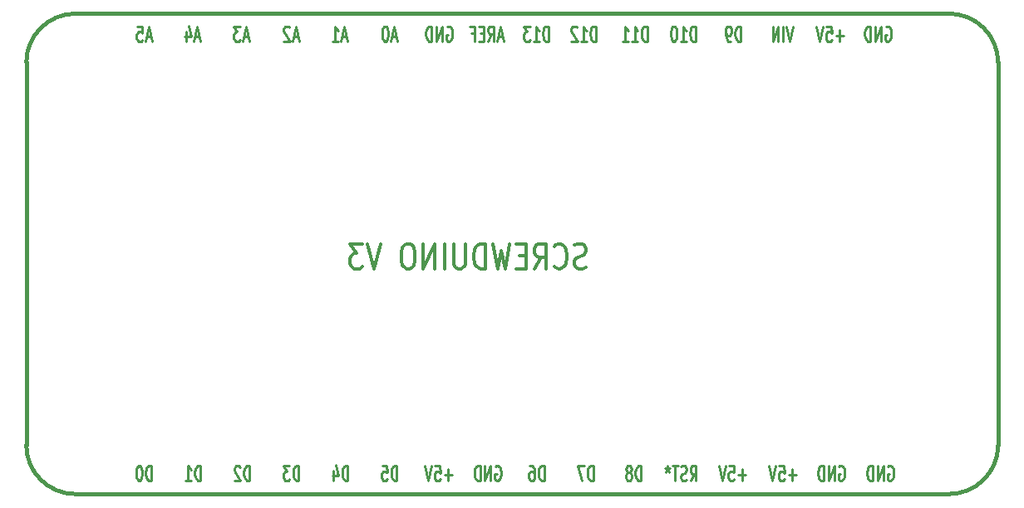
<source format=gbo>
G04 (created by PCBNEW (2013-02-27 BZR 3976)-stable) date 15/04/2013 12:50:54*
%MOIN*%
G04 Gerber Fmt 3.4, Leading zero omitted, Abs format*
%FSLAX34Y34*%
G01*
G70*
G90*
G04 APERTURE LIST*
%ADD10C,3.14961e-006*%
%ADD11C,0.015*%
%ADD12C,0.0135*%
%ADD13C,0.01*%
G04 APERTURE END LIST*
G54D10*
G54D11*
X36407Y-31236D02*
X71446Y-31236D01*
X34438Y-48559D02*
X34438Y-33204D01*
X71446Y-50527D02*
X36407Y-50527D01*
X73414Y-33204D02*
X73414Y-48559D01*
X34438Y-48559D02*
G75*
G03X36407Y-50527I1968J0D01*
G74*
G01*
X71446Y-50527D02*
G75*
G03X73414Y-48559I0J1968D01*
G74*
G01*
X73414Y-33204D02*
G75*
G03X71446Y-31236I-1968J0D01*
G74*
G01*
X36407Y-31236D02*
G75*
G03X34438Y-33204I0J-1968D01*
G74*
G01*
G54D12*
X56878Y-41435D02*
X56764Y-41483D01*
X56574Y-41483D01*
X56497Y-41435D01*
X56459Y-41388D01*
X56421Y-41293D01*
X56421Y-41197D01*
X56459Y-41102D01*
X56497Y-41054D01*
X56574Y-41007D01*
X56726Y-40959D01*
X56802Y-40912D01*
X56840Y-40864D01*
X56878Y-40769D01*
X56878Y-40673D01*
X56840Y-40578D01*
X56802Y-40531D01*
X56726Y-40483D01*
X56536Y-40483D01*
X56421Y-40531D01*
X55621Y-41388D02*
X55659Y-41435D01*
X55774Y-41483D01*
X55850Y-41483D01*
X55964Y-41435D01*
X56040Y-41340D01*
X56078Y-41245D01*
X56117Y-41054D01*
X56117Y-40912D01*
X56078Y-40721D01*
X56040Y-40626D01*
X55964Y-40531D01*
X55850Y-40483D01*
X55774Y-40483D01*
X55659Y-40531D01*
X55621Y-40578D01*
X54821Y-41483D02*
X55088Y-41007D01*
X55278Y-41483D02*
X55278Y-40483D01*
X54974Y-40483D01*
X54897Y-40531D01*
X54859Y-40578D01*
X54821Y-40673D01*
X54821Y-40816D01*
X54859Y-40912D01*
X54897Y-40959D01*
X54974Y-41007D01*
X55278Y-41007D01*
X54478Y-40959D02*
X54212Y-40959D01*
X54097Y-41483D02*
X54478Y-41483D01*
X54478Y-40483D01*
X54097Y-40483D01*
X53831Y-40483D02*
X53640Y-41483D01*
X53488Y-40769D01*
X53336Y-41483D01*
X53145Y-40483D01*
X52840Y-41483D02*
X52840Y-40483D01*
X52650Y-40483D01*
X52536Y-40531D01*
X52459Y-40626D01*
X52421Y-40721D01*
X52383Y-40912D01*
X52383Y-41054D01*
X52421Y-41245D01*
X52459Y-41340D01*
X52536Y-41435D01*
X52650Y-41483D01*
X52840Y-41483D01*
X52040Y-40483D02*
X52040Y-41293D01*
X52002Y-41388D01*
X51964Y-41435D01*
X51888Y-41483D01*
X51736Y-41483D01*
X51659Y-41435D01*
X51621Y-41388D01*
X51583Y-41293D01*
X51583Y-40483D01*
X51202Y-41483D02*
X51202Y-40483D01*
X50821Y-41483D02*
X50821Y-40483D01*
X50364Y-41483D01*
X50364Y-40483D01*
X49831Y-40483D02*
X49678Y-40483D01*
X49602Y-40531D01*
X49526Y-40626D01*
X49488Y-40816D01*
X49488Y-41150D01*
X49526Y-41340D01*
X49602Y-41435D01*
X49678Y-41483D01*
X49831Y-41483D01*
X49907Y-41435D01*
X49983Y-41340D01*
X50021Y-41150D01*
X50021Y-40816D01*
X49983Y-40626D01*
X49907Y-40531D01*
X49831Y-40483D01*
X48650Y-40483D02*
X48383Y-41483D01*
X48117Y-40483D01*
X47926Y-40483D02*
X47431Y-40483D01*
X47697Y-40864D01*
X47583Y-40864D01*
X47507Y-40912D01*
X47469Y-40959D01*
X47431Y-41054D01*
X47431Y-41293D01*
X47469Y-41388D01*
X47507Y-41435D01*
X47583Y-41483D01*
X47812Y-41483D01*
X47888Y-41435D01*
X47926Y-41388D01*
G54D13*
X68904Y-31771D02*
X68942Y-31742D01*
X69000Y-31742D01*
X69057Y-31771D01*
X69095Y-31828D01*
X69114Y-31885D01*
X69133Y-32000D01*
X69133Y-32085D01*
X69114Y-32200D01*
X69095Y-32257D01*
X69057Y-32314D01*
X69000Y-32342D01*
X68961Y-32342D01*
X68904Y-32314D01*
X68885Y-32285D01*
X68885Y-32085D01*
X68961Y-32085D01*
X68714Y-32342D02*
X68714Y-31742D01*
X68485Y-32342D01*
X68485Y-31742D01*
X68295Y-32342D02*
X68295Y-31742D01*
X68199Y-31742D01*
X68142Y-31771D01*
X68104Y-31828D01*
X68085Y-31885D01*
X68066Y-32000D01*
X68066Y-32085D01*
X68085Y-32200D01*
X68104Y-32257D01*
X68142Y-32314D01*
X68199Y-32342D01*
X68295Y-32342D01*
X67214Y-32114D02*
X66909Y-32114D01*
X67061Y-32342D02*
X67061Y-31885D01*
X66528Y-31742D02*
X66719Y-31742D01*
X66738Y-32028D01*
X66719Y-32000D01*
X66680Y-31971D01*
X66585Y-31971D01*
X66547Y-32000D01*
X66528Y-32028D01*
X66509Y-32085D01*
X66509Y-32228D01*
X66528Y-32285D01*
X66547Y-32314D01*
X66585Y-32342D01*
X66680Y-32342D01*
X66719Y-32314D01*
X66738Y-32285D01*
X66395Y-31742D02*
X66261Y-32342D01*
X66128Y-31742D01*
X65188Y-31742D02*
X65054Y-32342D01*
X64921Y-31742D01*
X64788Y-32342D02*
X64788Y-31742D01*
X64597Y-32342D02*
X64597Y-31742D01*
X64369Y-32342D01*
X64369Y-31742D01*
X63095Y-32342D02*
X63095Y-31742D01*
X62999Y-31742D01*
X62942Y-31771D01*
X62904Y-31828D01*
X62885Y-31885D01*
X62866Y-32000D01*
X62866Y-32085D01*
X62885Y-32200D01*
X62904Y-32257D01*
X62942Y-32314D01*
X62999Y-32342D01*
X63095Y-32342D01*
X62676Y-32342D02*
X62599Y-32342D01*
X62561Y-32314D01*
X62542Y-32285D01*
X62504Y-32200D01*
X62485Y-32085D01*
X62485Y-31857D01*
X62504Y-31800D01*
X62523Y-31771D01*
X62561Y-31742D01*
X62638Y-31742D01*
X62676Y-31771D01*
X62695Y-31800D01*
X62714Y-31857D01*
X62714Y-32000D01*
X62695Y-32057D01*
X62676Y-32085D01*
X62638Y-32114D01*
X62561Y-32114D01*
X62523Y-32085D01*
X62504Y-32057D01*
X62485Y-32000D01*
X61285Y-32342D02*
X61285Y-31742D01*
X61190Y-31742D01*
X61133Y-31771D01*
X61095Y-31828D01*
X61076Y-31885D01*
X61057Y-32000D01*
X61057Y-32085D01*
X61076Y-32200D01*
X61095Y-32257D01*
X61133Y-32314D01*
X61190Y-32342D01*
X61285Y-32342D01*
X60676Y-32342D02*
X60904Y-32342D01*
X60790Y-32342D02*
X60790Y-31742D01*
X60828Y-31828D01*
X60866Y-31885D01*
X60904Y-31914D01*
X60428Y-31742D02*
X60390Y-31742D01*
X60352Y-31771D01*
X60333Y-31800D01*
X60314Y-31857D01*
X60295Y-31971D01*
X60295Y-32114D01*
X60314Y-32228D01*
X60333Y-32285D01*
X60352Y-32314D01*
X60390Y-32342D01*
X60428Y-32342D01*
X60466Y-32314D01*
X60485Y-32285D01*
X60504Y-32228D01*
X60523Y-32114D01*
X60523Y-31971D01*
X60504Y-31857D01*
X60485Y-31800D01*
X60466Y-31771D01*
X60428Y-31742D01*
X59335Y-32342D02*
X59335Y-31742D01*
X59240Y-31742D01*
X59183Y-31771D01*
X59145Y-31828D01*
X59126Y-31885D01*
X59107Y-32000D01*
X59107Y-32085D01*
X59126Y-32200D01*
X59145Y-32257D01*
X59183Y-32314D01*
X59240Y-32342D01*
X59335Y-32342D01*
X58726Y-32342D02*
X58954Y-32342D01*
X58840Y-32342D02*
X58840Y-31742D01*
X58878Y-31828D01*
X58916Y-31885D01*
X58954Y-31914D01*
X58345Y-32342D02*
X58573Y-32342D01*
X58459Y-32342D02*
X58459Y-31742D01*
X58497Y-31828D01*
X58535Y-31885D01*
X58573Y-31914D01*
X57285Y-32342D02*
X57285Y-31742D01*
X57190Y-31742D01*
X57133Y-31771D01*
X57095Y-31828D01*
X57076Y-31885D01*
X57057Y-32000D01*
X57057Y-32085D01*
X57076Y-32200D01*
X57095Y-32257D01*
X57133Y-32314D01*
X57190Y-32342D01*
X57285Y-32342D01*
X56676Y-32342D02*
X56904Y-32342D01*
X56790Y-32342D02*
X56790Y-31742D01*
X56828Y-31828D01*
X56866Y-31885D01*
X56904Y-31914D01*
X56523Y-31800D02*
X56504Y-31771D01*
X56466Y-31742D01*
X56371Y-31742D01*
X56333Y-31771D01*
X56314Y-31800D01*
X56295Y-31857D01*
X56295Y-31914D01*
X56314Y-32000D01*
X56542Y-32342D01*
X56295Y-32342D01*
X55385Y-32342D02*
X55385Y-31742D01*
X55290Y-31742D01*
X55233Y-31771D01*
X55195Y-31828D01*
X55176Y-31885D01*
X55157Y-32000D01*
X55157Y-32085D01*
X55176Y-32200D01*
X55195Y-32257D01*
X55233Y-32314D01*
X55290Y-32342D01*
X55385Y-32342D01*
X54776Y-32342D02*
X55004Y-32342D01*
X54890Y-32342D02*
X54890Y-31742D01*
X54928Y-31828D01*
X54966Y-31885D01*
X55004Y-31914D01*
X54642Y-31742D02*
X54395Y-31742D01*
X54528Y-31971D01*
X54471Y-31971D01*
X54433Y-32000D01*
X54414Y-32028D01*
X54395Y-32085D01*
X54395Y-32228D01*
X54414Y-32285D01*
X54433Y-32314D01*
X54471Y-32342D01*
X54585Y-32342D01*
X54623Y-32314D01*
X54642Y-32285D01*
X53547Y-32171D02*
X53357Y-32171D01*
X53585Y-32342D02*
X53452Y-31742D01*
X53319Y-32342D01*
X52957Y-32342D02*
X53090Y-32057D01*
X53185Y-32342D02*
X53185Y-31742D01*
X53033Y-31742D01*
X52995Y-31771D01*
X52976Y-31800D01*
X52957Y-31857D01*
X52957Y-31942D01*
X52976Y-32000D01*
X52995Y-32028D01*
X53033Y-32057D01*
X53185Y-32057D01*
X52785Y-32028D02*
X52652Y-32028D01*
X52595Y-32342D02*
X52785Y-32342D01*
X52785Y-31742D01*
X52595Y-31742D01*
X52290Y-32028D02*
X52423Y-32028D01*
X52423Y-32342D02*
X52423Y-31742D01*
X52233Y-31742D01*
X51304Y-31771D02*
X51342Y-31742D01*
X51400Y-31742D01*
X51457Y-31771D01*
X51495Y-31828D01*
X51514Y-31885D01*
X51533Y-32000D01*
X51533Y-32085D01*
X51514Y-32200D01*
X51495Y-32257D01*
X51457Y-32314D01*
X51400Y-32342D01*
X51361Y-32342D01*
X51304Y-32314D01*
X51285Y-32285D01*
X51285Y-32085D01*
X51361Y-32085D01*
X51114Y-32342D02*
X51114Y-31742D01*
X50885Y-32342D01*
X50885Y-31742D01*
X50695Y-32342D02*
X50695Y-31742D01*
X50599Y-31742D01*
X50542Y-31771D01*
X50504Y-31828D01*
X50485Y-31885D01*
X50466Y-32000D01*
X50466Y-32085D01*
X50485Y-32200D01*
X50504Y-32257D01*
X50542Y-32314D01*
X50599Y-32342D01*
X50695Y-32342D01*
X49285Y-32171D02*
X49095Y-32171D01*
X49323Y-32342D02*
X49190Y-31742D01*
X49057Y-32342D01*
X48847Y-31742D02*
X48809Y-31742D01*
X48771Y-31771D01*
X48752Y-31800D01*
X48733Y-31857D01*
X48714Y-31971D01*
X48714Y-32114D01*
X48733Y-32228D01*
X48752Y-32285D01*
X48771Y-32314D01*
X48809Y-32342D01*
X48847Y-32342D01*
X48885Y-32314D01*
X48904Y-32285D01*
X48923Y-32228D01*
X48942Y-32114D01*
X48942Y-31971D01*
X48923Y-31857D01*
X48904Y-31800D01*
X48885Y-31771D01*
X48847Y-31742D01*
X47285Y-32171D02*
X47095Y-32171D01*
X47323Y-32342D02*
X47190Y-31742D01*
X47057Y-32342D01*
X46714Y-32342D02*
X46942Y-32342D01*
X46828Y-32342D02*
X46828Y-31742D01*
X46866Y-31828D01*
X46904Y-31885D01*
X46942Y-31914D01*
X45335Y-32171D02*
X45145Y-32171D01*
X45373Y-32342D02*
X45240Y-31742D01*
X45107Y-32342D01*
X44992Y-31800D02*
X44973Y-31771D01*
X44935Y-31742D01*
X44840Y-31742D01*
X44802Y-31771D01*
X44783Y-31800D01*
X44764Y-31857D01*
X44764Y-31914D01*
X44783Y-32000D01*
X45011Y-32342D01*
X44764Y-32342D01*
X43335Y-32171D02*
X43145Y-32171D01*
X43373Y-32342D02*
X43240Y-31742D01*
X43107Y-32342D01*
X43011Y-31742D02*
X42764Y-31742D01*
X42897Y-31971D01*
X42840Y-31971D01*
X42802Y-32000D01*
X42783Y-32028D01*
X42764Y-32085D01*
X42764Y-32228D01*
X42783Y-32285D01*
X42802Y-32314D01*
X42840Y-32342D01*
X42954Y-32342D01*
X42992Y-32314D01*
X43011Y-32285D01*
X41385Y-32171D02*
X41195Y-32171D01*
X41423Y-32342D02*
X41290Y-31742D01*
X41157Y-32342D01*
X40852Y-31942D02*
X40852Y-32342D01*
X40947Y-31714D02*
X41042Y-32142D01*
X40795Y-32142D01*
X39435Y-32171D02*
X39245Y-32171D01*
X39473Y-32342D02*
X39340Y-31742D01*
X39207Y-32342D01*
X38883Y-31742D02*
X39073Y-31742D01*
X39092Y-32028D01*
X39073Y-32000D01*
X39035Y-31971D01*
X38940Y-31971D01*
X38902Y-32000D01*
X38883Y-32028D01*
X38864Y-32085D01*
X38864Y-32228D01*
X38883Y-32285D01*
X38902Y-32314D01*
X38940Y-32342D01*
X39035Y-32342D01*
X39073Y-32314D01*
X39092Y-32285D01*
X68995Y-49411D02*
X69033Y-49383D01*
X69090Y-49383D01*
X69147Y-49411D01*
X69185Y-49468D01*
X69204Y-49525D01*
X69223Y-49640D01*
X69223Y-49725D01*
X69204Y-49840D01*
X69185Y-49897D01*
X69147Y-49954D01*
X69090Y-49983D01*
X69052Y-49983D01*
X68995Y-49954D01*
X68976Y-49925D01*
X68976Y-49725D01*
X69052Y-49725D01*
X68804Y-49983D02*
X68804Y-49383D01*
X68576Y-49983D01*
X68576Y-49383D01*
X68385Y-49983D02*
X68385Y-49383D01*
X68290Y-49383D01*
X68233Y-49411D01*
X68195Y-49468D01*
X68176Y-49525D01*
X68157Y-49640D01*
X68157Y-49725D01*
X68176Y-49840D01*
X68195Y-49897D01*
X68233Y-49954D01*
X68290Y-49983D01*
X68385Y-49983D01*
X67026Y-49411D02*
X67064Y-49383D01*
X67122Y-49383D01*
X67179Y-49411D01*
X67217Y-49468D01*
X67236Y-49525D01*
X67255Y-49640D01*
X67255Y-49725D01*
X67236Y-49840D01*
X67217Y-49897D01*
X67179Y-49954D01*
X67122Y-49983D01*
X67083Y-49983D01*
X67026Y-49954D01*
X67007Y-49925D01*
X67007Y-49725D01*
X67083Y-49725D01*
X66836Y-49983D02*
X66836Y-49383D01*
X66607Y-49983D01*
X66607Y-49383D01*
X66417Y-49983D02*
X66417Y-49383D01*
X66322Y-49383D01*
X66264Y-49411D01*
X66226Y-49468D01*
X66207Y-49525D01*
X66188Y-49640D01*
X66188Y-49725D01*
X66207Y-49840D01*
X66226Y-49897D01*
X66264Y-49954D01*
X66322Y-49983D01*
X66417Y-49983D01*
X65314Y-49764D02*
X65009Y-49764D01*
X65161Y-49992D02*
X65161Y-49535D01*
X64628Y-49392D02*
X64819Y-49392D01*
X64838Y-49678D01*
X64819Y-49650D01*
X64780Y-49621D01*
X64685Y-49621D01*
X64647Y-49650D01*
X64628Y-49678D01*
X64609Y-49735D01*
X64609Y-49878D01*
X64628Y-49935D01*
X64647Y-49964D01*
X64685Y-49992D01*
X64780Y-49992D01*
X64819Y-49964D01*
X64838Y-49935D01*
X64495Y-49392D02*
X64361Y-49992D01*
X64228Y-49392D01*
X63299Y-49754D02*
X62994Y-49754D01*
X63146Y-49983D02*
X63146Y-49525D01*
X62613Y-49383D02*
X62804Y-49383D01*
X62823Y-49668D01*
X62804Y-49640D01*
X62765Y-49611D01*
X62670Y-49611D01*
X62632Y-49640D01*
X62613Y-49668D01*
X62594Y-49725D01*
X62594Y-49868D01*
X62613Y-49925D01*
X62632Y-49954D01*
X62670Y-49983D01*
X62765Y-49983D01*
X62804Y-49954D01*
X62823Y-49925D01*
X62480Y-49383D02*
X62346Y-49983D01*
X62213Y-49383D01*
X61071Y-49992D02*
X61204Y-49707D01*
X61299Y-49992D02*
X61299Y-49392D01*
X61147Y-49392D01*
X61109Y-49421D01*
X61090Y-49450D01*
X61071Y-49507D01*
X61071Y-49592D01*
X61090Y-49650D01*
X61109Y-49678D01*
X61147Y-49707D01*
X61299Y-49707D01*
X60919Y-49964D02*
X60861Y-49992D01*
X60766Y-49992D01*
X60728Y-49964D01*
X60709Y-49935D01*
X60690Y-49878D01*
X60690Y-49821D01*
X60709Y-49764D01*
X60728Y-49735D01*
X60766Y-49707D01*
X60842Y-49678D01*
X60880Y-49650D01*
X60899Y-49621D01*
X60919Y-49564D01*
X60919Y-49507D01*
X60899Y-49450D01*
X60880Y-49421D01*
X60842Y-49392D01*
X60747Y-49392D01*
X60690Y-49421D01*
X60576Y-49392D02*
X60347Y-49392D01*
X60461Y-49992D02*
X60461Y-49392D01*
X60157Y-49392D02*
X60157Y-49535D01*
X60252Y-49478D02*
X60157Y-49535D01*
X60061Y-49478D01*
X60214Y-49650D02*
X60157Y-49535D01*
X60100Y-49650D01*
X59095Y-49992D02*
X59095Y-49392D01*
X58999Y-49392D01*
X58942Y-49421D01*
X58904Y-49478D01*
X58885Y-49535D01*
X58866Y-49650D01*
X58866Y-49735D01*
X58885Y-49850D01*
X58904Y-49907D01*
X58942Y-49964D01*
X58999Y-49992D01*
X59095Y-49992D01*
X58638Y-49650D02*
X58676Y-49621D01*
X58695Y-49592D01*
X58714Y-49535D01*
X58714Y-49507D01*
X58695Y-49450D01*
X58676Y-49421D01*
X58638Y-49392D01*
X58561Y-49392D01*
X58523Y-49421D01*
X58504Y-49450D01*
X58485Y-49507D01*
X58485Y-49535D01*
X58504Y-49592D01*
X58523Y-49621D01*
X58561Y-49650D01*
X58638Y-49650D01*
X58676Y-49678D01*
X58695Y-49707D01*
X58714Y-49764D01*
X58714Y-49878D01*
X58695Y-49935D01*
X58676Y-49964D01*
X58638Y-49992D01*
X58561Y-49992D01*
X58523Y-49964D01*
X58504Y-49935D01*
X58485Y-49878D01*
X58485Y-49764D01*
X58504Y-49707D01*
X58523Y-49678D01*
X58561Y-49650D01*
X57174Y-49983D02*
X57174Y-49383D01*
X57079Y-49383D01*
X57022Y-49411D01*
X56984Y-49468D01*
X56965Y-49525D01*
X56946Y-49640D01*
X56946Y-49725D01*
X56965Y-49840D01*
X56984Y-49897D01*
X57022Y-49954D01*
X57079Y-49983D01*
X57174Y-49983D01*
X56812Y-49383D02*
X56546Y-49383D01*
X56717Y-49983D01*
X55206Y-49983D02*
X55206Y-49383D01*
X55111Y-49383D01*
X55053Y-49411D01*
X55015Y-49468D01*
X54996Y-49525D01*
X54977Y-49640D01*
X54977Y-49725D01*
X54996Y-49840D01*
X55015Y-49897D01*
X55053Y-49954D01*
X55111Y-49983D01*
X55206Y-49983D01*
X54634Y-49383D02*
X54711Y-49383D01*
X54749Y-49411D01*
X54768Y-49440D01*
X54806Y-49525D01*
X54825Y-49640D01*
X54825Y-49868D01*
X54806Y-49925D01*
X54787Y-49954D01*
X54749Y-49983D01*
X54672Y-49983D01*
X54634Y-49954D01*
X54615Y-49925D01*
X54596Y-49868D01*
X54596Y-49725D01*
X54615Y-49668D01*
X54634Y-49640D01*
X54672Y-49611D01*
X54749Y-49611D01*
X54787Y-49640D01*
X54806Y-49668D01*
X54825Y-49725D01*
X53247Y-49411D02*
X53285Y-49383D01*
X53342Y-49383D01*
X53399Y-49411D01*
X53437Y-49468D01*
X53456Y-49525D01*
X53475Y-49640D01*
X53475Y-49725D01*
X53456Y-49840D01*
X53437Y-49897D01*
X53399Y-49954D01*
X53342Y-49983D01*
X53304Y-49983D01*
X53247Y-49954D01*
X53228Y-49925D01*
X53228Y-49725D01*
X53304Y-49725D01*
X53056Y-49983D02*
X53056Y-49383D01*
X52828Y-49983D01*
X52828Y-49383D01*
X52637Y-49983D02*
X52637Y-49383D01*
X52542Y-49383D01*
X52485Y-49411D01*
X52447Y-49468D01*
X52428Y-49525D01*
X52409Y-49640D01*
X52409Y-49725D01*
X52428Y-49840D01*
X52447Y-49897D01*
X52485Y-49954D01*
X52542Y-49983D01*
X52637Y-49983D01*
X51514Y-49764D02*
X51209Y-49764D01*
X51361Y-49992D02*
X51361Y-49535D01*
X50828Y-49392D02*
X51019Y-49392D01*
X51038Y-49678D01*
X51019Y-49650D01*
X50980Y-49621D01*
X50885Y-49621D01*
X50847Y-49650D01*
X50828Y-49678D01*
X50809Y-49735D01*
X50809Y-49878D01*
X50828Y-49935D01*
X50847Y-49964D01*
X50885Y-49992D01*
X50980Y-49992D01*
X51019Y-49964D01*
X51038Y-49935D01*
X50695Y-49392D02*
X50561Y-49992D01*
X50428Y-49392D01*
X49300Y-49983D02*
X49300Y-49383D01*
X49205Y-49383D01*
X49148Y-49411D01*
X49110Y-49468D01*
X49091Y-49525D01*
X49072Y-49640D01*
X49072Y-49725D01*
X49091Y-49840D01*
X49110Y-49897D01*
X49148Y-49954D01*
X49205Y-49983D01*
X49300Y-49983D01*
X48710Y-49383D02*
X48900Y-49383D01*
X48919Y-49668D01*
X48900Y-49640D01*
X48862Y-49611D01*
X48767Y-49611D01*
X48729Y-49640D01*
X48710Y-49668D01*
X48691Y-49725D01*
X48691Y-49868D01*
X48710Y-49925D01*
X48729Y-49954D01*
X48767Y-49983D01*
X48862Y-49983D01*
X48900Y-49954D01*
X48919Y-49925D01*
X47332Y-49983D02*
X47332Y-49383D01*
X47237Y-49383D01*
X47179Y-49411D01*
X47141Y-49468D01*
X47122Y-49525D01*
X47103Y-49640D01*
X47103Y-49725D01*
X47122Y-49840D01*
X47141Y-49897D01*
X47179Y-49954D01*
X47237Y-49983D01*
X47332Y-49983D01*
X46760Y-49583D02*
X46760Y-49983D01*
X46856Y-49354D02*
X46951Y-49783D01*
X46703Y-49783D01*
X45363Y-49983D02*
X45363Y-49383D01*
X45268Y-49383D01*
X45211Y-49411D01*
X45173Y-49468D01*
X45154Y-49525D01*
X45135Y-49640D01*
X45135Y-49725D01*
X45154Y-49840D01*
X45173Y-49897D01*
X45211Y-49954D01*
X45268Y-49983D01*
X45363Y-49983D01*
X45001Y-49383D02*
X44754Y-49383D01*
X44887Y-49611D01*
X44830Y-49611D01*
X44792Y-49640D01*
X44773Y-49668D01*
X44754Y-49725D01*
X44754Y-49868D01*
X44773Y-49925D01*
X44792Y-49954D01*
X44830Y-49983D01*
X44944Y-49983D01*
X44982Y-49954D01*
X45001Y-49925D01*
X43395Y-49983D02*
X43395Y-49383D01*
X43299Y-49383D01*
X43242Y-49411D01*
X43204Y-49468D01*
X43185Y-49525D01*
X43166Y-49640D01*
X43166Y-49725D01*
X43185Y-49840D01*
X43204Y-49897D01*
X43242Y-49954D01*
X43299Y-49983D01*
X43395Y-49983D01*
X43014Y-49440D02*
X42995Y-49411D01*
X42957Y-49383D01*
X42861Y-49383D01*
X42823Y-49411D01*
X42804Y-49440D01*
X42785Y-49497D01*
X42785Y-49554D01*
X42804Y-49640D01*
X43033Y-49983D01*
X42785Y-49983D01*
X41426Y-49983D02*
X41426Y-49383D01*
X41331Y-49383D01*
X41274Y-49411D01*
X41236Y-49468D01*
X41217Y-49525D01*
X41198Y-49640D01*
X41198Y-49725D01*
X41217Y-49840D01*
X41236Y-49897D01*
X41274Y-49954D01*
X41331Y-49983D01*
X41426Y-49983D01*
X40817Y-49983D02*
X41045Y-49983D01*
X40931Y-49983D02*
X40931Y-49383D01*
X40969Y-49468D01*
X41007Y-49525D01*
X41045Y-49554D01*
X39458Y-49983D02*
X39458Y-49383D01*
X39362Y-49383D01*
X39305Y-49411D01*
X39267Y-49468D01*
X39248Y-49525D01*
X39229Y-49640D01*
X39229Y-49725D01*
X39248Y-49840D01*
X39267Y-49897D01*
X39305Y-49954D01*
X39362Y-49983D01*
X39458Y-49983D01*
X38982Y-49383D02*
X38943Y-49383D01*
X38905Y-49411D01*
X38886Y-49440D01*
X38867Y-49497D01*
X38848Y-49611D01*
X38848Y-49754D01*
X38867Y-49868D01*
X38886Y-49925D01*
X38905Y-49954D01*
X38943Y-49983D01*
X38982Y-49983D01*
X39020Y-49954D01*
X39039Y-49925D01*
X39058Y-49868D01*
X39077Y-49754D01*
X39077Y-49611D01*
X39058Y-49497D01*
X39039Y-49440D01*
X39020Y-49411D01*
X38982Y-49383D01*
M02*

</source>
